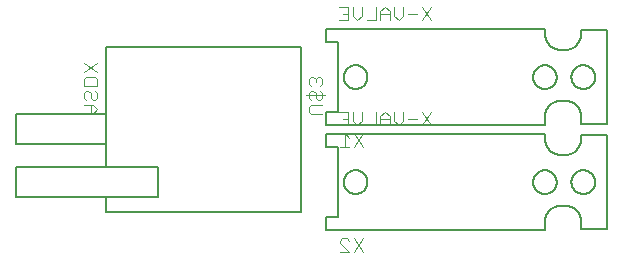
<source format=gbr>
G75*
%MOIN*%
%OFA0B0*%
%FSLAX25Y25*%
%IPPOS*%
%LPD*%
%AMOC8*
5,1,8,0,0,1.08239X$1,22.5*
%
%ADD10C,0.00400*%
%ADD11C,0.00500*%
D10*
X0097304Y0047700D02*
X0093467Y0047700D01*
X0092700Y0048467D01*
X0092700Y0050002D01*
X0093467Y0050769D01*
X0097304Y0050769D01*
X0093467Y0052304D02*
X0092700Y0053071D01*
X0092700Y0054606D01*
X0093467Y0055373D01*
X0094235Y0055373D01*
X0095002Y0054606D01*
X0095002Y0053071D01*
X0095769Y0052304D01*
X0096537Y0052304D01*
X0097304Y0053071D01*
X0097304Y0054606D01*
X0096537Y0055373D01*
X0098071Y0053839D02*
X0091933Y0053839D01*
X0096537Y0056908D02*
X0097304Y0057675D01*
X0097304Y0059210D01*
X0096537Y0059977D01*
X0095769Y0059977D01*
X0095002Y0059210D01*
X0095002Y0058442D01*
X0095002Y0059210D02*
X0094235Y0059977D01*
X0093467Y0059977D01*
X0092700Y0059210D01*
X0092700Y0057675D01*
X0093467Y0056908D01*
X0017700Y0047700D02*
X0020769Y0047700D01*
X0022304Y0049235D01*
X0020769Y0050769D01*
X0017700Y0050769D01*
X0020002Y0050769D02*
X0020002Y0047700D01*
X0021537Y0055373D02*
X0022304Y0054606D01*
X0022304Y0053071D01*
X0021537Y0052304D01*
X0020769Y0052304D01*
X0020002Y0053071D01*
X0020002Y0054606D01*
X0019235Y0055373D01*
X0018467Y0055373D01*
X0017700Y0054606D01*
X0017700Y0053071D01*
X0018467Y0052304D01*
X0022304Y0056908D02*
X0017700Y0056908D01*
X0017700Y0059210D01*
X0018467Y0059977D01*
X0021537Y0059977D01*
X0022304Y0059210D01*
X0022304Y0056908D01*
X0022304Y0061512D02*
X0017700Y0064581D01*
X0017700Y0061512D02*
X0022304Y0064581D01*
X0130395Y0078822D02*
X0133465Y0083426D01*
X0130395Y0083426D02*
X0133465Y0078822D01*
X0128861Y0081124D02*
X0125791Y0081124D01*
X0124257Y0083426D02*
X0124257Y0080357D01*
X0122722Y0078822D01*
X0121187Y0080357D01*
X0121187Y0083426D01*
X0119653Y0078822D02*
X0119653Y0081891D01*
X0118118Y0083426D01*
X0116583Y0081891D01*
X0116583Y0078822D01*
X0116583Y0081124D02*
X0119653Y0081124D01*
X0115049Y0083426D02*
X0115049Y0078822D01*
X0111980Y0078822D01*
X0110445Y0083426D02*
X0110445Y0080357D01*
X0108910Y0078822D01*
X0107376Y0080357D01*
X0107376Y0083426D01*
X0102772Y0083426D02*
X0105841Y0083426D01*
X0105841Y0078822D01*
X0102772Y0078822D01*
X0104306Y0081124D02*
X0105841Y0081124D01*
X0110839Y0041182D02*
X0107769Y0036578D01*
X0110839Y0036578D02*
X0107769Y0041182D01*
X0106235Y0039647D02*
X0104700Y0041182D01*
X0104700Y0036578D01*
X0106235Y0036578D02*
X0103165Y0036578D01*
X0130395Y0043822D02*
X0133465Y0048426D01*
X0130395Y0048426D02*
X0133465Y0043822D01*
X0128861Y0046124D02*
X0125791Y0046124D01*
X0124257Y0048426D02*
X0124257Y0045357D01*
X0122722Y0043822D01*
X0121187Y0045357D01*
X0121187Y0048426D01*
X0119653Y0043822D02*
X0119653Y0046891D01*
X0118118Y0048426D01*
X0116583Y0046891D01*
X0116583Y0043822D01*
X0116583Y0046124D02*
X0119653Y0046124D01*
X0115049Y0048426D02*
X0115049Y0043822D01*
X0111980Y0043822D01*
X0110445Y0048426D02*
X0110445Y0045357D01*
X0108910Y0043822D01*
X0107376Y0045357D01*
X0107376Y0048426D01*
X0102772Y0048426D02*
X0105841Y0048426D01*
X0105841Y0043822D01*
X0102772Y0043822D01*
X0104306Y0046124D02*
X0105841Y0046124D01*
X0110839Y0006182D02*
X0107769Y0001578D01*
X0110839Y0001578D02*
X0107769Y0006182D01*
X0103165Y0001578D02*
X0106235Y0001578D01*
X0103165Y0004647D01*
X0103165Y0005415D01*
X0103933Y0006182D01*
X0105467Y0006182D01*
X0106235Y0005415D01*
D11*
X0090000Y0070000D02*
X0025000Y0070000D01*
X0025000Y0047500D01*
X0025000Y0037500D01*
X0025000Y0030000D01*
X0025000Y0015000D02*
X0090000Y0015000D01*
X0090000Y0070000D01*
X0025000Y0047500D02*
X-0005000Y0047500D01*
X-0005000Y0037500D01*
X0025000Y0037500D01*
X0025000Y0030000D02*
X-0005000Y0030000D01*
X-0005000Y0020000D01*
X0025000Y0020000D01*
X0042500Y0020000D01*
X0042500Y0030000D01*
X0025000Y0030000D01*
X0025000Y0020000D02*
X0025000Y0015000D01*
X0098500Y0044000D02*
X0171500Y0044000D01*
X0171500Y0047000D01*
X0171502Y0047140D01*
X0171508Y0047280D01*
X0171518Y0047420D01*
X0171531Y0047560D01*
X0171549Y0047699D01*
X0171571Y0047838D01*
X0171596Y0047975D01*
X0171625Y0048113D01*
X0171658Y0048249D01*
X0171695Y0048384D01*
X0171736Y0048518D01*
X0171781Y0048651D01*
X0171829Y0048783D01*
X0171881Y0048913D01*
X0171936Y0049042D01*
X0171995Y0049169D01*
X0172058Y0049295D01*
X0172124Y0049419D01*
X0172193Y0049540D01*
X0172266Y0049660D01*
X0172343Y0049778D01*
X0172422Y0049893D01*
X0172505Y0050007D01*
X0172591Y0050117D01*
X0172680Y0050226D01*
X0172772Y0050332D01*
X0172867Y0050435D01*
X0172964Y0050536D01*
X0173065Y0050633D01*
X0173168Y0050728D01*
X0173274Y0050820D01*
X0173383Y0050909D01*
X0173493Y0050995D01*
X0173607Y0051078D01*
X0173722Y0051157D01*
X0173840Y0051234D01*
X0173960Y0051307D01*
X0174081Y0051376D01*
X0174205Y0051442D01*
X0174331Y0051505D01*
X0174458Y0051564D01*
X0174587Y0051619D01*
X0174717Y0051671D01*
X0174849Y0051719D01*
X0174982Y0051764D01*
X0175116Y0051805D01*
X0175251Y0051842D01*
X0175387Y0051875D01*
X0175525Y0051904D01*
X0175662Y0051929D01*
X0175801Y0051951D01*
X0175940Y0051969D01*
X0176080Y0051982D01*
X0176220Y0051992D01*
X0176360Y0051998D01*
X0176500Y0052000D01*
X0178500Y0052000D01*
X0178640Y0051998D01*
X0178780Y0051992D01*
X0178920Y0051982D01*
X0179060Y0051969D01*
X0179199Y0051951D01*
X0179338Y0051929D01*
X0179475Y0051904D01*
X0179613Y0051875D01*
X0179749Y0051842D01*
X0179884Y0051805D01*
X0180018Y0051764D01*
X0180151Y0051719D01*
X0180283Y0051671D01*
X0180413Y0051619D01*
X0180542Y0051564D01*
X0180669Y0051505D01*
X0180795Y0051442D01*
X0180919Y0051376D01*
X0181040Y0051307D01*
X0181160Y0051234D01*
X0181278Y0051157D01*
X0181393Y0051078D01*
X0181507Y0050995D01*
X0181617Y0050909D01*
X0181726Y0050820D01*
X0181832Y0050728D01*
X0181935Y0050633D01*
X0182036Y0050536D01*
X0182133Y0050435D01*
X0182228Y0050332D01*
X0182320Y0050226D01*
X0182409Y0050117D01*
X0182495Y0050007D01*
X0182578Y0049893D01*
X0182657Y0049778D01*
X0182734Y0049660D01*
X0182807Y0049540D01*
X0182876Y0049419D01*
X0182942Y0049295D01*
X0183005Y0049169D01*
X0183064Y0049042D01*
X0183119Y0048913D01*
X0183171Y0048783D01*
X0183219Y0048651D01*
X0183264Y0048518D01*
X0183305Y0048384D01*
X0183342Y0048249D01*
X0183375Y0048113D01*
X0183404Y0047975D01*
X0183429Y0047838D01*
X0183451Y0047699D01*
X0183469Y0047560D01*
X0183482Y0047420D01*
X0183492Y0047280D01*
X0183498Y0047140D01*
X0183500Y0047000D01*
X0183500Y0044252D01*
X0191988Y0044252D01*
X0191988Y0075748D01*
X0183500Y0075748D01*
X0183500Y0074000D01*
X0183485Y0073854D01*
X0183466Y0073708D01*
X0183443Y0073563D01*
X0183416Y0073418D01*
X0183385Y0073274D01*
X0183351Y0073131D01*
X0183312Y0072989D01*
X0183270Y0072849D01*
X0183225Y0072709D01*
X0183175Y0072570D01*
X0183122Y0072433D01*
X0183065Y0072298D01*
X0183005Y0072164D01*
X0182941Y0072031D01*
X0182873Y0071901D01*
X0182802Y0071772D01*
X0182728Y0071645D01*
X0182650Y0071520D01*
X0182569Y0071397D01*
X0182485Y0071277D01*
X0182398Y0071159D01*
X0182307Y0071043D01*
X0182214Y0070929D01*
X0182117Y0070818D01*
X0182018Y0070710D01*
X0181915Y0070605D01*
X0181810Y0070502D01*
X0181702Y0070402D01*
X0181592Y0070305D01*
X0181479Y0070210D01*
X0181364Y0070119D01*
X0181246Y0070031D01*
X0181126Y0069947D01*
X0181003Y0069865D01*
X0180879Y0069787D01*
X0180752Y0069712D01*
X0180624Y0069640D01*
X0180494Y0069572D01*
X0180362Y0069507D01*
X0180228Y0069446D01*
X0180092Y0069389D01*
X0179956Y0069335D01*
X0179817Y0069285D01*
X0179678Y0069238D01*
X0179537Y0069195D01*
X0179396Y0069156D01*
X0179253Y0069121D01*
X0179109Y0069090D01*
X0178965Y0069062D01*
X0178820Y0069038D01*
X0178674Y0069018D01*
X0178528Y0069002D01*
X0178381Y0068990D01*
X0178234Y0068982D01*
X0178087Y0068978D01*
X0177940Y0068977D01*
X0177793Y0068981D01*
X0177647Y0068988D01*
X0177500Y0069000D01*
X0177353Y0068988D01*
X0177207Y0068981D01*
X0177060Y0068977D01*
X0176913Y0068978D01*
X0176766Y0068982D01*
X0176619Y0068990D01*
X0176472Y0069002D01*
X0176326Y0069018D01*
X0176180Y0069038D01*
X0176035Y0069062D01*
X0175891Y0069090D01*
X0175747Y0069121D01*
X0175604Y0069156D01*
X0175463Y0069195D01*
X0175322Y0069238D01*
X0175183Y0069285D01*
X0175044Y0069335D01*
X0174908Y0069389D01*
X0174772Y0069446D01*
X0174638Y0069507D01*
X0174506Y0069572D01*
X0174376Y0069640D01*
X0174248Y0069712D01*
X0174121Y0069787D01*
X0173997Y0069865D01*
X0173874Y0069947D01*
X0173754Y0070031D01*
X0173636Y0070119D01*
X0173521Y0070210D01*
X0173408Y0070305D01*
X0173298Y0070402D01*
X0173190Y0070502D01*
X0173085Y0070605D01*
X0172982Y0070710D01*
X0172883Y0070818D01*
X0172786Y0070929D01*
X0172693Y0071043D01*
X0172602Y0071159D01*
X0172515Y0071277D01*
X0172431Y0071397D01*
X0172350Y0071520D01*
X0172272Y0071645D01*
X0172198Y0071772D01*
X0172127Y0071901D01*
X0172059Y0072031D01*
X0171995Y0072164D01*
X0171935Y0072298D01*
X0171878Y0072433D01*
X0171825Y0072570D01*
X0171775Y0072709D01*
X0171730Y0072849D01*
X0171688Y0072989D01*
X0171649Y0073131D01*
X0171615Y0073274D01*
X0171584Y0073418D01*
X0171557Y0073563D01*
X0171534Y0073708D01*
X0171515Y0073854D01*
X0171500Y0074000D01*
X0171500Y0076000D01*
X0098500Y0076000D01*
X0098500Y0071811D01*
X0102437Y0071811D01*
X0102437Y0048189D01*
X0098500Y0048189D01*
X0098500Y0044000D01*
X0104406Y0060000D02*
X0104408Y0060125D01*
X0104414Y0060250D01*
X0104424Y0060374D01*
X0104438Y0060498D01*
X0104455Y0060622D01*
X0104477Y0060745D01*
X0104503Y0060867D01*
X0104532Y0060989D01*
X0104565Y0061109D01*
X0104603Y0061228D01*
X0104643Y0061347D01*
X0104688Y0061463D01*
X0104736Y0061578D01*
X0104788Y0061692D01*
X0104844Y0061804D01*
X0104903Y0061914D01*
X0104965Y0062022D01*
X0105031Y0062129D01*
X0105100Y0062233D01*
X0105173Y0062334D01*
X0105248Y0062434D01*
X0105327Y0062531D01*
X0105409Y0062625D01*
X0105494Y0062717D01*
X0105581Y0062806D01*
X0105672Y0062892D01*
X0105765Y0062975D01*
X0105861Y0063056D01*
X0105959Y0063133D01*
X0106059Y0063207D01*
X0106162Y0063278D01*
X0106267Y0063345D01*
X0106375Y0063410D01*
X0106484Y0063470D01*
X0106595Y0063528D01*
X0106708Y0063581D01*
X0106822Y0063631D01*
X0106938Y0063678D01*
X0107055Y0063720D01*
X0107174Y0063759D01*
X0107294Y0063795D01*
X0107415Y0063826D01*
X0107537Y0063854D01*
X0107659Y0063877D01*
X0107783Y0063897D01*
X0107907Y0063913D01*
X0108031Y0063925D01*
X0108156Y0063933D01*
X0108281Y0063937D01*
X0108405Y0063937D01*
X0108530Y0063933D01*
X0108655Y0063925D01*
X0108779Y0063913D01*
X0108903Y0063897D01*
X0109027Y0063877D01*
X0109149Y0063854D01*
X0109271Y0063826D01*
X0109392Y0063795D01*
X0109512Y0063759D01*
X0109631Y0063720D01*
X0109748Y0063678D01*
X0109864Y0063631D01*
X0109978Y0063581D01*
X0110091Y0063528D01*
X0110202Y0063470D01*
X0110312Y0063410D01*
X0110419Y0063345D01*
X0110524Y0063278D01*
X0110627Y0063207D01*
X0110727Y0063133D01*
X0110825Y0063056D01*
X0110921Y0062975D01*
X0111014Y0062892D01*
X0111105Y0062806D01*
X0111192Y0062717D01*
X0111277Y0062625D01*
X0111359Y0062531D01*
X0111438Y0062434D01*
X0111513Y0062334D01*
X0111586Y0062233D01*
X0111655Y0062129D01*
X0111721Y0062022D01*
X0111783Y0061914D01*
X0111842Y0061804D01*
X0111898Y0061692D01*
X0111950Y0061578D01*
X0111998Y0061463D01*
X0112043Y0061347D01*
X0112083Y0061228D01*
X0112121Y0061109D01*
X0112154Y0060989D01*
X0112183Y0060867D01*
X0112209Y0060745D01*
X0112231Y0060622D01*
X0112248Y0060498D01*
X0112262Y0060374D01*
X0112272Y0060250D01*
X0112278Y0060125D01*
X0112280Y0060000D01*
X0112278Y0059875D01*
X0112272Y0059750D01*
X0112262Y0059626D01*
X0112248Y0059502D01*
X0112231Y0059378D01*
X0112209Y0059255D01*
X0112183Y0059133D01*
X0112154Y0059011D01*
X0112121Y0058891D01*
X0112083Y0058772D01*
X0112043Y0058653D01*
X0111998Y0058537D01*
X0111950Y0058422D01*
X0111898Y0058308D01*
X0111842Y0058196D01*
X0111783Y0058086D01*
X0111721Y0057978D01*
X0111655Y0057871D01*
X0111586Y0057767D01*
X0111513Y0057666D01*
X0111438Y0057566D01*
X0111359Y0057469D01*
X0111277Y0057375D01*
X0111192Y0057283D01*
X0111105Y0057194D01*
X0111014Y0057108D01*
X0110921Y0057025D01*
X0110825Y0056944D01*
X0110727Y0056867D01*
X0110627Y0056793D01*
X0110524Y0056722D01*
X0110419Y0056655D01*
X0110311Y0056590D01*
X0110202Y0056530D01*
X0110091Y0056472D01*
X0109978Y0056419D01*
X0109864Y0056369D01*
X0109748Y0056322D01*
X0109631Y0056280D01*
X0109512Y0056241D01*
X0109392Y0056205D01*
X0109271Y0056174D01*
X0109149Y0056146D01*
X0109027Y0056123D01*
X0108903Y0056103D01*
X0108779Y0056087D01*
X0108655Y0056075D01*
X0108530Y0056067D01*
X0108405Y0056063D01*
X0108281Y0056063D01*
X0108156Y0056067D01*
X0108031Y0056075D01*
X0107907Y0056087D01*
X0107783Y0056103D01*
X0107659Y0056123D01*
X0107537Y0056146D01*
X0107415Y0056174D01*
X0107294Y0056205D01*
X0107174Y0056241D01*
X0107055Y0056280D01*
X0106938Y0056322D01*
X0106822Y0056369D01*
X0106708Y0056419D01*
X0106595Y0056472D01*
X0106484Y0056530D01*
X0106374Y0056590D01*
X0106267Y0056655D01*
X0106162Y0056722D01*
X0106059Y0056793D01*
X0105959Y0056867D01*
X0105861Y0056944D01*
X0105765Y0057025D01*
X0105672Y0057108D01*
X0105581Y0057194D01*
X0105494Y0057283D01*
X0105409Y0057375D01*
X0105327Y0057469D01*
X0105248Y0057566D01*
X0105173Y0057666D01*
X0105100Y0057767D01*
X0105031Y0057871D01*
X0104965Y0057978D01*
X0104903Y0058086D01*
X0104844Y0058196D01*
X0104788Y0058308D01*
X0104736Y0058422D01*
X0104688Y0058537D01*
X0104643Y0058653D01*
X0104603Y0058772D01*
X0104565Y0058891D01*
X0104532Y0059011D01*
X0104503Y0059133D01*
X0104477Y0059255D01*
X0104455Y0059378D01*
X0104438Y0059502D01*
X0104424Y0059626D01*
X0104414Y0059750D01*
X0104408Y0059875D01*
X0104406Y0060000D01*
X0167492Y0060000D02*
X0167494Y0060125D01*
X0167500Y0060250D01*
X0167510Y0060374D01*
X0167524Y0060498D01*
X0167541Y0060622D01*
X0167563Y0060745D01*
X0167589Y0060867D01*
X0167618Y0060989D01*
X0167651Y0061109D01*
X0167689Y0061228D01*
X0167729Y0061347D01*
X0167774Y0061463D01*
X0167822Y0061578D01*
X0167874Y0061692D01*
X0167930Y0061804D01*
X0167989Y0061914D01*
X0168051Y0062022D01*
X0168117Y0062129D01*
X0168186Y0062233D01*
X0168259Y0062334D01*
X0168334Y0062434D01*
X0168413Y0062531D01*
X0168495Y0062625D01*
X0168580Y0062717D01*
X0168667Y0062806D01*
X0168758Y0062892D01*
X0168851Y0062975D01*
X0168947Y0063056D01*
X0169045Y0063133D01*
X0169145Y0063207D01*
X0169248Y0063278D01*
X0169353Y0063345D01*
X0169461Y0063410D01*
X0169570Y0063470D01*
X0169681Y0063528D01*
X0169794Y0063581D01*
X0169908Y0063631D01*
X0170024Y0063678D01*
X0170141Y0063720D01*
X0170260Y0063759D01*
X0170380Y0063795D01*
X0170501Y0063826D01*
X0170623Y0063854D01*
X0170745Y0063877D01*
X0170869Y0063897D01*
X0170993Y0063913D01*
X0171117Y0063925D01*
X0171242Y0063933D01*
X0171367Y0063937D01*
X0171491Y0063937D01*
X0171616Y0063933D01*
X0171741Y0063925D01*
X0171865Y0063913D01*
X0171989Y0063897D01*
X0172113Y0063877D01*
X0172235Y0063854D01*
X0172357Y0063826D01*
X0172478Y0063795D01*
X0172598Y0063759D01*
X0172717Y0063720D01*
X0172834Y0063678D01*
X0172950Y0063631D01*
X0173064Y0063581D01*
X0173177Y0063528D01*
X0173288Y0063470D01*
X0173398Y0063410D01*
X0173505Y0063345D01*
X0173610Y0063278D01*
X0173713Y0063207D01*
X0173813Y0063133D01*
X0173911Y0063056D01*
X0174007Y0062975D01*
X0174100Y0062892D01*
X0174191Y0062806D01*
X0174278Y0062717D01*
X0174363Y0062625D01*
X0174445Y0062531D01*
X0174524Y0062434D01*
X0174599Y0062334D01*
X0174672Y0062233D01*
X0174741Y0062129D01*
X0174807Y0062022D01*
X0174869Y0061914D01*
X0174928Y0061804D01*
X0174984Y0061692D01*
X0175036Y0061578D01*
X0175084Y0061463D01*
X0175129Y0061347D01*
X0175169Y0061228D01*
X0175207Y0061109D01*
X0175240Y0060989D01*
X0175269Y0060867D01*
X0175295Y0060745D01*
X0175317Y0060622D01*
X0175334Y0060498D01*
X0175348Y0060374D01*
X0175358Y0060250D01*
X0175364Y0060125D01*
X0175366Y0060000D01*
X0175364Y0059875D01*
X0175358Y0059750D01*
X0175348Y0059626D01*
X0175334Y0059502D01*
X0175317Y0059378D01*
X0175295Y0059255D01*
X0175269Y0059133D01*
X0175240Y0059011D01*
X0175207Y0058891D01*
X0175169Y0058772D01*
X0175129Y0058653D01*
X0175084Y0058537D01*
X0175036Y0058422D01*
X0174984Y0058308D01*
X0174928Y0058196D01*
X0174869Y0058086D01*
X0174807Y0057978D01*
X0174741Y0057871D01*
X0174672Y0057767D01*
X0174599Y0057666D01*
X0174524Y0057566D01*
X0174445Y0057469D01*
X0174363Y0057375D01*
X0174278Y0057283D01*
X0174191Y0057194D01*
X0174100Y0057108D01*
X0174007Y0057025D01*
X0173911Y0056944D01*
X0173813Y0056867D01*
X0173713Y0056793D01*
X0173610Y0056722D01*
X0173505Y0056655D01*
X0173397Y0056590D01*
X0173288Y0056530D01*
X0173177Y0056472D01*
X0173064Y0056419D01*
X0172950Y0056369D01*
X0172834Y0056322D01*
X0172717Y0056280D01*
X0172598Y0056241D01*
X0172478Y0056205D01*
X0172357Y0056174D01*
X0172235Y0056146D01*
X0172113Y0056123D01*
X0171989Y0056103D01*
X0171865Y0056087D01*
X0171741Y0056075D01*
X0171616Y0056067D01*
X0171491Y0056063D01*
X0171367Y0056063D01*
X0171242Y0056067D01*
X0171117Y0056075D01*
X0170993Y0056087D01*
X0170869Y0056103D01*
X0170745Y0056123D01*
X0170623Y0056146D01*
X0170501Y0056174D01*
X0170380Y0056205D01*
X0170260Y0056241D01*
X0170141Y0056280D01*
X0170024Y0056322D01*
X0169908Y0056369D01*
X0169794Y0056419D01*
X0169681Y0056472D01*
X0169570Y0056530D01*
X0169460Y0056590D01*
X0169353Y0056655D01*
X0169248Y0056722D01*
X0169145Y0056793D01*
X0169045Y0056867D01*
X0168947Y0056944D01*
X0168851Y0057025D01*
X0168758Y0057108D01*
X0168667Y0057194D01*
X0168580Y0057283D01*
X0168495Y0057375D01*
X0168413Y0057469D01*
X0168334Y0057566D01*
X0168259Y0057666D01*
X0168186Y0057767D01*
X0168117Y0057871D01*
X0168051Y0057978D01*
X0167989Y0058086D01*
X0167930Y0058196D01*
X0167874Y0058308D01*
X0167822Y0058422D01*
X0167774Y0058537D01*
X0167729Y0058653D01*
X0167689Y0058772D01*
X0167651Y0058891D01*
X0167618Y0059011D01*
X0167589Y0059133D01*
X0167563Y0059255D01*
X0167541Y0059378D01*
X0167524Y0059502D01*
X0167510Y0059626D01*
X0167500Y0059750D01*
X0167494Y0059875D01*
X0167492Y0060000D01*
X0180283Y0060000D02*
X0180285Y0060126D01*
X0180291Y0060251D01*
X0180301Y0060376D01*
X0180315Y0060501D01*
X0180333Y0060625D01*
X0180355Y0060749D01*
X0180380Y0060872D01*
X0180410Y0060994D01*
X0180443Y0061115D01*
X0180481Y0061235D01*
X0180522Y0061353D01*
X0180566Y0061471D01*
X0180615Y0061586D01*
X0180667Y0061701D01*
X0180723Y0061813D01*
X0180782Y0061924D01*
X0180845Y0062033D01*
X0180911Y0062139D01*
X0180981Y0062244D01*
X0181054Y0062346D01*
X0181130Y0062446D01*
X0181209Y0062544D01*
X0181291Y0062638D01*
X0181376Y0062731D01*
X0181464Y0062820D01*
X0181555Y0062907D01*
X0181649Y0062991D01*
X0181745Y0063071D01*
X0181844Y0063149D01*
X0181945Y0063223D01*
X0182048Y0063294D01*
X0182154Y0063362D01*
X0182262Y0063427D01*
X0182371Y0063488D01*
X0182483Y0063545D01*
X0182596Y0063599D01*
X0182711Y0063650D01*
X0182828Y0063696D01*
X0182946Y0063739D01*
X0183065Y0063779D01*
X0183186Y0063814D01*
X0183307Y0063845D01*
X0183430Y0063873D01*
X0183553Y0063897D01*
X0183677Y0063917D01*
X0183801Y0063933D01*
X0183926Y0063945D01*
X0184052Y0063953D01*
X0184177Y0063957D01*
X0184303Y0063957D01*
X0184428Y0063953D01*
X0184554Y0063945D01*
X0184679Y0063933D01*
X0184803Y0063917D01*
X0184927Y0063897D01*
X0185050Y0063873D01*
X0185173Y0063845D01*
X0185294Y0063814D01*
X0185415Y0063779D01*
X0185534Y0063739D01*
X0185652Y0063696D01*
X0185769Y0063650D01*
X0185884Y0063599D01*
X0185997Y0063545D01*
X0186109Y0063488D01*
X0186219Y0063427D01*
X0186326Y0063362D01*
X0186432Y0063294D01*
X0186535Y0063223D01*
X0186636Y0063149D01*
X0186735Y0063071D01*
X0186831Y0062991D01*
X0186925Y0062907D01*
X0187016Y0062820D01*
X0187104Y0062731D01*
X0187189Y0062638D01*
X0187271Y0062544D01*
X0187350Y0062446D01*
X0187426Y0062346D01*
X0187499Y0062244D01*
X0187569Y0062139D01*
X0187635Y0062033D01*
X0187698Y0061924D01*
X0187757Y0061813D01*
X0187813Y0061701D01*
X0187865Y0061586D01*
X0187914Y0061471D01*
X0187958Y0061353D01*
X0187999Y0061235D01*
X0188037Y0061115D01*
X0188070Y0060994D01*
X0188100Y0060872D01*
X0188125Y0060749D01*
X0188147Y0060625D01*
X0188165Y0060501D01*
X0188179Y0060376D01*
X0188189Y0060251D01*
X0188195Y0060126D01*
X0188197Y0060000D01*
X0188195Y0059874D01*
X0188189Y0059749D01*
X0188179Y0059624D01*
X0188165Y0059499D01*
X0188147Y0059375D01*
X0188125Y0059251D01*
X0188100Y0059128D01*
X0188070Y0059006D01*
X0188037Y0058885D01*
X0187999Y0058765D01*
X0187958Y0058647D01*
X0187914Y0058529D01*
X0187865Y0058414D01*
X0187813Y0058299D01*
X0187757Y0058187D01*
X0187698Y0058076D01*
X0187635Y0057967D01*
X0187569Y0057861D01*
X0187499Y0057756D01*
X0187426Y0057654D01*
X0187350Y0057554D01*
X0187271Y0057456D01*
X0187189Y0057362D01*
X0187104Y0057269D01*
X0187016Y0057180D01*
X0186925Y0057093D01*
X0186831Y0057009D01*
X0186735Y0056929D01*
X0186636Y0056851D01*
X0186535Y0056777D01*
X0186432Y0056706D01*
X0186326Y0056638D01*
X0186218Y0056573D01*
X0186109Y0056512D01*
X0185997Y0056455D01*
X0185884Y0056401D01*
X0185769Y0056350D01*
X0185652Y0056304D01*
X0185534Y0056261D01*
X0185415Y0056221D01*
X0185294Y0056186D01*
X0185173Y0056155D01*
X0185050Y0056127D01*
X0184927Y0056103D01*
X0184803Y0056083D01*
X0184679Y0056067D01*
X0184554Y0056055D01*
X0184428Y0056047D01*
X0184303Y0056043D01*
X0184177Y0056043D01*
X0184052Y0056047D01*
X0183926Y0056055D01*
X0183801Y0056067D01*
X0183677Y0056083D01*
X0183553Y0056103D01*
X0183430Y0056127D01*
X0183307Y0056155D01*
X0183186Y0056186D01*
X0183065Y0056221D01*
X0182946Y0056261D01*
X0182828Y0056304D01*
X0182711Y0056350D01*
X0182596Y0056401D01*
X0182483Y0056455D01*
X0182371Y0056512D01*
X0182261Y0056573D01*
X0182154Y0056638D01*
X0182048Y0056706D01*
X0181945Y0056777D01*
X0181844Y0056851D01*
X0181745Y0056929D01*
X0181649Y0057009D01*
X0181555Y0057093D01*
X0181464Y0057180D01*
X0181376Y0057269D01*
X0181291Y0057362D01*
X0181209Y0057456D01*
X0181130Y0057554D01*
X0181054Y0057654D01*
X0180981Y0057756D01*
X0180911Y0057861D01*
X0180845Y0057967D01*
X0180782Y0058076D01*
X0180723Y0058187D01*
X0180667Y0058299D01*
X0180615Y0058414D01*
X0180566Y0058529D01*
X0180522Y0058647D01*
X0180481Y0058765D01*
X0180443Y0058885D01*
X0180410Y0059006D01*
X0180380Y0059128D01*
X0180355Y0059251D01*
X0180333Y0059375D01*
X0180315Y0059499D01*
X0180301Y0059624D01*
X0180291Y0059749D01*
X0180285Y0059874D01*
X0180283Y0060000D01*
X0098500Y0009000D02*
X0171500Y0009000D01*
X0171500Y0012000D01*
X0171502Y0012140D01*
X0171508Y0012280D01*
X0171518Y0012420D01*
X0171531Y0012560D01*
X0171549Y0012699D01*
X0171571Y0012838D01*
X0171596Y0012975D01*
X0171625Y0013113D01*
X0171658Y0013249D01*
X0171695Y0013384D01*
X0171736Y0013518D01*
X0171781Y0013651D01*
X0171829Y0013783D01*
X0171881Y0013913D01*
X0171936Y0014042D01*
X0171995Y0014169D01*
X0172058Y0014295D01*
X0172124Y0014419D01*
X0172193Y0014540D01*
X0172266Y0014660D01*
X0172343Y0014778D01*
X0172422Y0014893D01*
X0172505Y0015007D01*
X0172591Y0015117D01*
X0172680Y0015226D01*
X0172772Y0015332D01*
X0172867Y0015435D01*
X0172964Y0015536D01*
X0173065Y0015633D01*
X0173168Y0015728D01*
X0173274Y0015820D01*
X0173383Y0015909D01*
X0173493Y0015995D01*
X0173607Y0016078D01*
X0173722Y0016157D01*
X0173840Y0016234D01*
X0173960Y0016307D01*
X0174081Y0016376D01*
X0174205Y0016442D01*
X0174331Y0016505D01*
X0174458Y0016564D01*
X0174587Y0016619D01*
X0174717Y0016671D01*
X0174849Y0016719D01*
X0174982Y0016764D01*
X0175116Y0016805D01*
X0175251Y0016842D01*
X0175387Y0016875D01*
X0175525Y0016904D01*
X0175662Y0016929D01*
X0175801Y0016951D01*
X0175940Y0016969D01*
X0176080Y0016982D01*
X0176220Y0016992D01*
X0176360Y0016998D01*
X0176500Y0017000D01*
X0178500Y0017000D01*
X0178640Y0016998D01*
X0178780Y0016992D01*
X0178920Y0016982D01*
X0179060Y0016969D01*
X0179199Y0016951D01*
X0179338Y0016929D01*
X0179475Y0016904D01*
X0179613Y0016875D01*
X0179749Y0016842D01*
X0179884Y0016805D01*
X0180018Y0016764D01*
X0180151Y0016719D01*
X0180283Y0016671D01*
X0180413Y0016619D01*
X0180542Y0016564D01*
X0180669Y0016505D01*
X0180795Y0016442D01*
X0180919Y0016376D01*
X0181040Y0016307D01*
X0181160Y0016234D01*
X0181278Y0016157D01*
X0181393Y0016078D01*
X0181507Y0015995D01*
X0181617Y0015909D01*
X0181726Y0015820D01*
X0181832Y0015728D01*
X0181935Y0015633D01*
X0182036Y0015536D01*
X0182133Y0015435D01*
X0182228Y0015332D01*
X0182320Y0015226D01*
X0182409Y0015117D01*
X0182495Y0015007D01*
X0182578Y0014893D01*
X0182657Y0014778D01*
X0182734Y0014660D01*
X0182807Y0014540D01*
X0182876Y0014419D01*
X0182942Y0014295D01*
X0183005Y0014169D01*
X0183064Y0014042D01*
X0183119Y0013913D01*
X0183171Y0013783D01*
X0183219Y0013651D01*
X0183264Y0013518D01*
X0183305Y0013384D01*
X0183342Y0013249D01*
X0183375Y0013113D01*
X0183404Y0012975D01*
X0183429Y0012838D01*
X0183451Y0012699D01*
X0183469Y0012560D01*
X0183482Y0012420D01*
X0183492Y0012280D01*
X0183498Y0012140D01*
X0183500Y0012000D01*
X0183500Y0009252D01*
X0191988Y0009252D01*
X0191988Y0040748D01*
X0183500Y0040748D01*
X0183500Y0039000D01*
X0183485Y0038854D01*
X0183466Y0038708D01*
X0183443Y0038563D01*
X0183416Y0038418D01*
X0183385Y0038274D01*
X0183351Y0038131D01*
X0183312Y0037989D01*
X0183270Y0037849D01*
X0183225Y0037709D01*
X0183175Y0037570D01*
X0183122Y0037433D01*
X0183065Y0037298D01*
X0183005Y0037164D01*
X0182941Y0037031D01*
X0182873Y0036901D01*
X0182802Y0036772D01*
X0182728Y0036645D01*
X0182650Y0036520D01*
X0182569Y0036397D01*
X0182485Y0036277D01*
X0182398Y0036159D01*
X0182307Y0036043D01*
X0182214Y0035929D01*
X0182117Y0035818D01*
X0182018Y0035710D01*
X0181915Y0035605D01*
X0181810Y0035502D01*
X0181702Y0035402D01*
X0181592Y0035305D01*
X0181479Y0035210D01*
X0181364Y0035119D01*
X0181246Y0035031D01*
X0181126Y0034947D01*
X0181003Y0034865D01*
X0180879Y0034787D01*
X0180752Y0034712D01*
X0180624Y0034640D01*
X0180494Y0034572D01*
X0180362Y0034507D01*
X0180228Y0034446D01*
X0180092Y0034389D01*
X0179956Y0034335D01*
X0179817Y0034285D01*
X0179678Y0034238D01*
X0179537Y0034195D01*
X0179396Y0034156D01*
X0179253Y0034121D01*
X0179109Y0034090D01*
X0178965Y0034062D01*
X0178820Y0034038D01*
X0178674Y0034018D01*
X0178528Y0034002D01*
X0178381Y0033990D01*
X0178234Y0033982D01*
X0178087Y0033978D01*
X0177940Y0033977D01*
X0177793Y0033981D01*
X0177647Y0033988D01*
X0177500Y0034000D01*
X0177353Y0033988D01*
X0177207Y0033981D01*
X0177060Y0033977D01*
X0176913Y0033978D01*
X0176766Y0033982D01*
X0176619Y0033990D01*
X0176472Y0034002D01*
X0176326Y0034018D01*
X0176180Y0034038D01*
X0176035Y0034062D01*
X0175891Y0034090D01*
X0175747Y0034121D01*
X0175604Y0034156D01*
X0175463Y0034195D01*
X0175322Y0034238D01*
X0175183Y0034285D01*
X0175044Y0034335D01*
X0174908Y0034389D01*
X0174772Y0034446D01*
X0174638Y0034507D01*
X0174506Y0034572D01*
X0174376Y0034640D01*
X0174248Y0034712D01*
X0174121Y0034787D01*
X0173997Y0034865D01*
X0173874Y0034947D01*
X0173754Y0035031D01*
X0173636Y0035119D01*
X0173521Y0035210D01*
X0173408Y0035305D01*
X0173298Y0035402D01*
X0173190Y0035502D01*
X0173085Y0035605D01*
X0172982Y0035710D01*
X0172883Y0035818D01*
X0172786Y0035929D01*
X0172693Y0036043D01*
X0172602Y0036159D01*
X0172515Y0036277D01*
X0172431Y0036397D01*
X0172350Y0036520D01*
X0172272Y0036645D01*
X0172198Y0036772D01*
X0172127Y0036901D01*
X0172059Y0037031D01*
X0171995Y0037164D01*
X0171935Y0037298D01*
X0171878Y0037433D01*
X0171825Y0037570D01*
X0171775Y0037709D01*
X0171730Y0037849D01*
X0171688Y0037989D01*
X0171649Y0038131D01*
X0171615Y0038274D01*
X0171584Y0038418D01*
X0171557Y0038563D01*
X0171534Y0038708D01*
X0171515Y0038854D01*
X0171500Y0039000D01*
X0171500Y0041000D01*
X0098500Y0041000D01*
X0098500Y0036811D01*
X0102437Y0036811D01*
X0102437Y0013189D01*
X0098500Y0013189D01*
X0098500Y0009000D01*
X0104406Y0025000D02*
X0104408Y0025125D01*
X0104414Y0025250D01*
X0104424Y0025374D01*
X0104438Y0025498D01*
X0104455Y0025622D01*
X0104477Y0025745D01*
X0104503Y0025867D01*
X0104532Y0025989D01*
X0104565Y0026109D01*
X0104603Y0026228D01*
X0104643Y0026347D01*
X0104688Y0026463D01*
X0104736Y0026578D01*
X0104788Y0026692D01*
X0104844Y0026804D01*
X0104903Y0026914D01*
X0104965Y0027022D01*
X0105031Y0027129D01*
X0105100Y0027233D01*
X0105173Y0027334D01*
X0105248Y0027434D01*
X0105327Y0027531D01*
X0105409Y0027625D01*
X0105494Y0027717D01*
X0105581Y0027806D01*
X0105672Y0027892D01*
X0105765Y0027975D01*
X0105861Y0028056D01*
X0105959Y0028133D01*
X0106059Y0028207D01*
X0106162Y0028278D01*
X0106267Y0028345D01*
X0106375Y0028410D01*
X0106484Y0028470D01*
X0106595Y0028528D01*
X0106708Y0028581D01*
X0106822Y0028631D01*
X0106938Y0028678D01*
X0107055Y0028720D01*
X0107174Y0028759D01*
X0107294Y0028795D01*
X0107415Y0028826D01*
X0107537Y0028854D01*
X0107659Y0028877D01*
X0107783Y0028897D01*
X0107907Y0028913D01*
X0108031Y0028925D01*
X0108156Y0028933D01*
X0108281Y0028937D01*
X0108405Y0028937D01*
X0108530Y0028933D01*
X0108655Y0028925D01*
X0108779Y0028913D01*
X0108903Y0028897D01*
X0109027Y0028877D01*
X0109149Y0028854D01*
X0109271Y0028826D01*
X0109392Y0028795D01*
X0109512Y0028759D01*
X0109631Y0028720D01*
X0109748Y0028678D01*
X0109864Y0028631D01*
X0109978Y0028581D01*
X0110091Y0028528D01*
X0110202Y0028470D01*
X0110312Y0028410D01*
X0110419Y0028345D01*
X0110524Y0028278D01*
X0110627Y0028207D01*
X0110727Y0028133D01*
X0110825Y0028056D01*
X0110921Y0027975D01*
X0111014Y0027892D01*
X0111105Y0027806D01*
X0111192Y0027717D01*
X0111277Y0027625D01*
X0111359Y0027531D01*
X0111438Y0027434D01*
X0111513Y0027334D01*
X0111586Y0027233D01*
X0111655Y0027129D01*
X0111721Y0027022D01*
X0111783Y0026914D01*
X0111842Y0026804D01*
X0111898Y0026692D01*
X0111950Y0026578D01*
X0111998Y0026463D01*
X0112043Y0026347D01*
X0112083Y0026228D01*
X0112121Y0026109D01*
X0112154Y0025989D01*
X0112183Y0025867D01*
X0112209Y0025745D01*
X0112231Y0025622D01*
X0112248Y0025498D01*
X0112262Y0025374D01*
X0112272Y0025250D01*
X0112278Y0025125D01*
X0112280Y0025000D01*
X0112278Y0024875D01*
X0112272Y0024750D01*
X0112262Y0024626D01*
X0112248Y0024502D01*
X0112231Y0024378D01*
X0112209Y0024255D01*
X0112183Y0024133D01*
X0112154Y0024011D01*
X0112121Y0023891D01*
X0112083Y0023772D01*
X0112043Y0023653D01*
X0111998Y0023537D01*
X0111950Y0023422D01*
X0111898Y0023308D01*
X0111842Y0023196D01*
X0111783Y0023086D01*
X0111721Y0022978D01*
X0111655Y0022871D01*
X0111586Y0022767D01*
X0111513Y0022666D01*
X0111438Y0022566D01*
X0111359Y0022469D01*
X0111277Y0022375D01*
X0111192Y0022283D01*
X0111105Y0022194D01*
X0111014Y0022108D01*
X0110921Y0022025D01*
X0110825Y0021944D01*
X0110727Y0021867D01*
X0110627Y0021793D01*
X0110524Y0021722D01*
X0110419Y0021655D01*
X0110311Y0021590D01*
X0110202Y0021530D01*
X0110091Y0021472D01*
X0109978Y0021419D01*
X0109864Y0021369D01*
X0109748Y0021322D01*
X0109631Y0021280D01*
X0109512Y0021241D01*
X0109392Y0021205D01*
X0109271Y0021174D01*
X0109149Y0021146D01*
X0109027Y0021123D01*
X0108903Y0021103D01*
X0108779Y0021087D01*
X0108655Y0021075D01*
X0108530Y0021067D01*
X0108405Y0021063D01*
X0108281Y0021063D01*
X0108156Y0021067D01*
X0108031Y0021075D01*
X0107907Y0021087D01*
X0107783Y0021103D01*
X0107659Y0021123D01*
X0107537Y0021146D01*
X0107415Y0021174D01*
X0107294Y0021205D01*
X0107174Y0021241D01*
X0107055Y0021280D01*
X0106938Y0021322D01*
X0106822Y0021369D01*
X0106708Y0021419D01*
X0106595Y0021472D01*
X0106484Y0021530D01*
X0106374Y0021590D01*
X0106267Y0021655D01*
X0106162Y0021722D01*
X0106059Y0021793D01*
X0105959Y0021867D01*
X0105861Y0021944D01*
X0105765Y0022025D01*
X0105672Y0022108D01*
X0105581Y0022194D01*
X0105494Y0022283D01*
X0105409Y0022375D01*
X0105327Y0022469D01*
X0105248Y0022566D01*
X0105173Y0022666D01*
X0105100Y0022767D01*
X0105031Y0022871D01*
X0104965Y0022978D01*
X0104903Y0023086D01*
X0104844Y0023196D01*
X0104788Y0023308D01*
X0104736Y0023422D01*
X0104688Y0023537D01*
X0104643Y0023653D01*
X0104603Y0023772D01*
X0104565Y0023891D01*
X0104532Y0024011D01*
X0104503Y0024133D01*
X0104477Y0024255D01*
X0104455Y0024378D01*
X0104438Y0024502D01*
X0104424Y0024626D01*
X0104414Y0024750D01*
X0104408Y0024875D01*
X0104406Y0025000D01*
X0167492Y0025000D02*
X0167494Y0025125D01*
X0167500Y0025250D01*
X0167510Y0025374D01*
X0167524Y0025498D01*
X0167541Y0025622D01*
X0167563Y0025745D01*
X0167589Y0025867D01*
X0167618Y0025989D01*
X0167651Y0026109D01*
X0167689Y0026228D01*
X0167729Y0026347D01*
X0167774Y0026463D01*
X0167822Y0026578D01*
X0167874Y0026692D01*
X0167930Y0026804D01*
X0167989Y0026914D01*
X0168051Y0027022D01*
X0168117Y0027129D01*
X0168186Y0027233D01*
X0168259Y0027334D01*
X0168334Y0027434D01*
X0168413Y0027531D01*
X0168495Y0027625D01*
X0168580Y0027717D01*
X0168667Y0027806D01*
X0168758Y0027892D01*
X0168851Y0027975D01*
X0168947Y0028056D01*
X0169045Y0028133D01*
X0169145Y0028207D01*
X0169248Y0028278D01*
X0169353Y0028345D01*
X0169461Y0028410D01*
X0169570Y0028470D01*
X0169681Y0028528D01*
X0169794Y0028581D01*
X0169908Y0028631D01*
X0170024Y0028678D01*
X0170141Y0028720D01*
X0170260Y0028759D01*
X0170380Y0028795D01*
X0170501Y0028826D01*
X0170623Y0028854D01*
X0170745Y0028877D01*
X0170869Y0028897D01*
X0170993Y0028913D01*
X0171117Y0028925D01*
X0171242Y0028933D01*
X0171367Y0028937D01*
X0171491Y0028937D01*
X0171616Y0028933D01*
X0171741Y0028925D01*
X0171865Y0028913D01*
X0171989Y0028897D01*
X0172113Y0028877D01*
X0172235Y0028854D01*
X0172357Y0028826D01*
X0172478Y0028795D01*
X0172598Y0028759D01*
X0172717Y0028720D01*
X0172834Y0028678D01*
X0172950Y0028631D01*
X0173064Y0028581D01*
X0173177Y0028528D01*
X0173288Y0028470D01*
X0173398Y0028410D01*
X0173505Y0028345D01*
X0173610Y0028278D01*
X0173713Y0028207D01*
X0173813Y0028133D01*
X0173911Y0028056D01*
X0174007Y0027975D01*
X0174100Y0027892D01*
X0174191Y0027806D01*
X0174278Y0027717D01*
X0174363Y0027625D01*
X0174445Y0027531D01*
X0174524Y0027434D01*
X0174599Y0027334D01*
X0174672Y0027233D01*
X0174741Y0027129D01*
X0174807Y0027022D01*
X0174869Y0026914D01*
X0174928Y0026804D01*
X0174984Y0026692D01*
X0175036Y0026578D01*
X0175084Y0026463D01*
X0175129Y0026347D01*
X0175169Y0026228D01*
X0175207Y0026109D01*
X0175240Y0025989D01*
X0175269Y0025867D01*
X0175295Y0025745D01*
X0175317Y0025622D01*
X0175334Y0025498D01*
X0175348Y0025374D01*
X0175358Y0025250D01*
X0175364Y0025125D01*
X0175366Y0025000D01*
X0175364Y0024875D01*
X0175358Y0024750D01*
X0175348Y0024626D01*
X0175334Y0024502D01*
X0175317Y0024378D01*
X0175295Y0024255D01*
X0175269Y0024133D01*
X0175240Y0024011D01*
X0175207Y0023891D01*
X0175169Y0023772D01*
X0175129Y0023653D01*
X0175084Y0023537D01*
X0175036Y0023422D01*
X0174984Y0023308D01*
X0174928Y0023196D01*
X0174869Y0023086D01*
X0174807Y0022978D01*
X0174741Y0022871D01*
X0174672Y0022767D01*
X0174599Y0022666D01*
X0174524Y0022566D01*
X0174445Y0022469D01*
X0174363Y0022375D01*
X0174278Y0022283D01*
X0174191Y0022194D01*
X0174100Y0022108D01*
X0174007Y0022025D01*
X0173911Y0021944D01*
X0173813Y0021867D01*
X0173713Y0021793D01*
X0173610Y0021722D01*
X0173505Y0021655D01*
X0173397Y0021590D01*
X0173288Y0021530D01*
X0173177Y0021472D01*
X0173064Y0021419D01*
X0172950Y0021369D01*
X0172834Y0021322D01*
X0172717Y0021280D01*
X0172598Y0021241D01*
X0172478Y0021205D01*
X0172357Y0021174D01*
X0172235Y0021146D01*
X0172113Y0021123D01*
X0171989Y0021103D01*
X0171865Y0021087D01*
X0171741Y0021075D01*
X0171616Y0021067D01*
X0171491Y0021063D01*
X0171367Y0021063D01*
X0171242Y0021067D01*
X0171117Y0021075D01*
X0170993Y0021087D01*
X0170869Y0021103D01*
X0170745Y0021123D01*
X0170623Y0021146D01*
X0170501Y0021174D01*
X0170380Y0021205D01*
X0170260Y0021241D01*
X0170141Y0021280D01*
X0170024Y0021322D01*
X0169908Y0021369D01*
X0169794Y0021419D01*
X0169681Y0021472D01*
X0169570Y0021530D01*
X0169460Y0021590D01*
X0169353Y0021655D01*
X0169248Y0021722D01*
X0169145Y0021793D01*
X0169045Y0021867D01*
X0168947Y0021944D01*
X0168851Y0022025D01*
X0168758Y0022108D01*
X0168667Y0022194D01*
X0168580Y0022283D01*
X0168495Y0022375D01*
X0168413Y0022469D01*
X0168334Y0022566D01*
X0168259Y0022666D01*
X0168186Y0022767D01*
X0168117Y0022871D01*
X0168051Y0022978D01*
X0167989Y0023086D01*
X0167930Y0023196D01*
X0167874Y0023308D01*
X0167822Y0023422D01*
X0167774Y0023537D01*
X0167729Y0023653D01*
X0167689Y0023772D01*
X0167651Y0023891D01*
X0167618Y0024011D01*
X0167589Y0024133D01*
X0167563Y0024255D01*
X0167541Y0024378D01*
X0167524Y0024502D01*
X0167510Y0024626D01*
X0167500Y0024750D01*
X0167494Y0024875D01*
X0167492Y0025000D01*
X0180283Y0025000D02*
X0180285Y0025126D01*
X0180291Y0025251D01*
X0180301Y0025376D01*
X0180315Y0025501D01*
X0180333Y0025625D01*
X0180355Y0025749D01*
X0180380Y0025872D01*
X0180410Y0025994D01*
X0180443Y0026115D01*
X0180481Y0026235D01*
X0180522Y0026353D01*
X0180566Y0026471D01*
X0180615Y0026586D01*
X0180667Y0026701D01*
X0180723Y0026813D01*
X0180782Y0026924D01*
X0180845Y0027033D01*
X0180911Y0027139D01*
X0180981Y0027244D01*
X0181054Y0027346D01*
X0181130Y0027446D01*
X0181209Y0027544D01*
X0181291Y0027638D01*
X0181376Y0027731D01*
X0181464Y0027820D01*
X0181555Y0027907D01*
X0181649Y0027991D01*
X0181745Y0028071D01*
X0181844Y0028149D01*
X0181945Y0028223D01*
X0182048Y0028294D01*
X0182154Y0028362D01*
X0182262Y0028427D01*
X0182371Y0028488D01*
X0182483Y0028545D01*
X0182596Y0028599D01*
X0182711Y0028650D01*
X0182828Y0028696D01*
X0182946Y0028739D01*
X0183065Y0028779D01*
X0183186Y0028814D01*
X0183307Y0028845D01*
X0183430Y0028873D01*
X0183553Y0028897D01*
X0183677Y0028917D01*
X0183801Y0028933D01*
X0183926Y0028945D01*
X0184052Y0028953D01*
X0184177Y0028957D01*
X0184303Y0028957D01*
X0184428Y0028953D01*
X0184554Y0028945D01*
X0184679Y0028933D01*
X0184803Y0028917D01*
X0184927Y0028897D01*
X0185050Y0028873D01*
X0185173Y0028845D01*
X0185294Y0028814D01*
X0185415Y0028779D01*
X0185534Y0028739D01*
X0185652Y0028696D01*
X0185769Y0028650D01*
X0185884Y0028599D01*
X0185997Y0028545D01*
X0186109Y0028488D01*
X0186219Y0028427D01*
X0186326Y0028362D01*
X0186432Y0028294D01*
X0186535Y0028223D01*
X0186636Y0028149D01*
X0186735Y0028071D01*
X0186831Y0027991D01*
X0186925Y0027907D01*
X0187016Y0027820D01*
X0187104Y0027731D01*
X0187189Y0027638D01*
X0187271Y0027544D01*
X0187350Y0027446D01*
X0187426Y0027346D01*
X0187499Y0027244D01*
X0187569Y0027139D01*
X0187635Y0027033D01*
X0187698Y0026924D01*
X0187757Y0026813D01*
X0187813Y0026701D01*
X0187865Y0026586D01*
X0187914Y0026471D01*
X0187958Y0026353D01*
X0187999Y0026235D01*
X0188037Y0026115D01*
X0188070Y0025994D01*
X0188100Y0025872D01*
X0188125Y0025749D01*
X0188147Y0025625D01*
X0188165Y0025501D01*
X0188179Y0025376D01*
X0188189Y0025251D01*
X0188195Y0025126D01*
X0188197Y0025000D01*
X0188195Y0024874D01*
X0188189Y0024749D01*
X0188179Y0024624D01*
X0188165Y0024499D01*
X0188147Y0024375D01*
X0188125Y0024251D01*
X0188100Y0024128D01*
X0188070Y0024006D01*
X0188037Y0023885D01*
X0187999Y0023765D01*
X0187958Y0023647D01*
X0187914Y0023529D01*
X0187865Y0023414D01*
X0187813Y0023299D01*
X0187757Y0023187D01*
X0187698Y0023076D01*
X0187635Y0022967D01*
X0187569Y0022861D01*
X0187499Y0022756D01*
X0187426Y0022654D01*
X0187350Y0022554D01*
X0187271Y0022456D01*
X0187189Y0022362D01*
X0187104Y0022269D01*
X0187016Y0022180D01*
X0186925Y0022093D01*
X0186831Y0022009D01*
X0186735Y0021929D01*
X0186636Y0021851D01*
X0186535Y0021777D01*
X0186432Y0021706D01*
X0186326Y0021638D01*
X0186218Y0021573D01*
X0186109Y0021512D01*
X0185997Y0021455D01*
X0185884Y0021401D01*
X0185769Y0021350D01*
X0185652Y0021304D01*
X0185534Y0021261D01*
X0185415Y0021221D01*
X0185294Y0021186D01*
X0185173Y0021155D01*
X0185050Y0021127D01*
X0184927Y0021103D01*
X0184803Y0021083D01*
X0184679Y0021067D01*
X0184554Y0021055D01*
X0184428Y0021047D01*
X0184303Y0021043D01*
X0184177Y0021043D01*
X0184052Y0021047D01*
X0183926Y0021055D01*
X0183801Y0021067D01*
X0183677Y0021083D01*
X0183553Y0021103D01*
X0183430Y0021127D01*
X0183307Y0021155D01*
X0183186Y0021186D01*
X0183065Y0021221D01*
X0182946Y0021261D01*
X0182828Y0021304D01*
X0182711Y0021350D01*
X0182596Y0021401D01*
X0182483Y0021455D01*
X0182371Y0021512D01*
X0182261Y0021573D01*
X0182154Y0021638D01*
X0182048Y0021706D01*
X0181945Y0021777D01*
X0181844Y0021851D01*
X0181745Y0021929D01*
X0181649Y0022009D01*
X0181555Y0022093D01*
X0181464Y0022180D01*
X0181376Y0022269D01*
X0181291Y0022362D01*
X0181209Y0022456D01*
X0181130Y0022554D01*
X0181054Y0022654D01*
X0180981Y0022756D01*
X0180911Y0022861D01*
X0180845Y0022967D01*
X0180782Y0023076D01*
X0180723Y0023187D01*
X0180667Y0023299D01*
X0180615Y0023414D01*
X0180566Y0023529D01*
X0180522Y0023647D01*
X0180481Y0023765D01*
X0180443Y0023885D01*
X0180410Y0024006D01*
X0180380Y0024128D01*
X0180355Y0024251D01*
X0180333Y0024375D01*
X0180315Y0024499D01*
X0180301Y0024624D01*
X0180291Y0024749D01*
X0180285Y0024874D01*
X0180283Y0025000D01*
M02*

</source>
